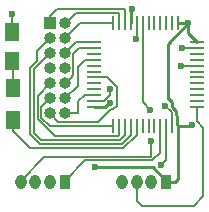
<source format=gbr>
G04 #@! TF.GenerationSoftware,KiCad,Pcbnew,(5.0.0)*
G04 #@! TF.CreationDate,2020-09-19T09:09:07-07:00*
G04 #@! TF.ProjectId,GrenadeConversion3,4772656E616465436F6E76657273696F,rev?*
G04 #@! TF.SameCoordinates,Original*
G04 #@! TF.FileFunction,Copper,L1,Top,Signal*
G04 #@! TF.FilePolarity,Positive*
%FSLAX46Y46*%
G04 Gerber Fmt 4.6, Leading zero omitted, Abs format (unit mm)*
G04 Created by KiCad (PCBNEW (5.0.0)) date 09/19/20 09:09:07*
%MOMM*%
%LPD*%
G01*
G04 APERTURE LIST*
G04 #@! TA.AperFunction,SMDPad,CuDef*
%ADD10R,1.300000X0.250000*%
G04 #@! TD*
G04 #@! TA.AperFunction,SMDPad,CuDef*
%ADD11R,0.250000X1.300000*%
G04 #@! TD*
G04 #@! TA.AperFunction,ComponentPad*
%ADD12O,1.000000X1.000000*%
G04 #@! TD*
G04 #@! TA.AperFunction,ComponentPad*
%ADD13R,1.000000X1.000000*%
G04 #@! TD*
G04 #@! TA.AperFunction,SMDPad,CuDef*
%ADD14R,1.250000X1.500000*%
G04 #@! TD*
G04 #@! TA.AperFunction,ComponentPad*
%ADD15O,0.950000X1.250000*%
G04 #@! TD*
G04 #@! TA.AperFunction,ComponentPad*
%ADD16R,0.950000X1.250000*%
G04 #@! TD*
G04 #@! TA.AperFunction,SMDPad,CuDef*
%ADD17R,1.300000X1.500000*%
G04 #@! TD*
G04 #@! TA.AperFunction,ViaPad*
%ADD18C,0.600000*%
G04 #@! TD*
G04 #@! TA.AperFunction,Conductor*
%ADD19C,0.152400*%
G04 #@! TD*
G04 #@! TA.AperFunction,Conductor*
%ADD20C,0.254000*%
G04 #@! TD*
G04 APERTURE END LIST*
D10*
G04 #@! TO.P,U1,48*
G04 #@! TO.N,VCC*
X120908000Y-92754000D03*
G04 #@! TO.P,U1,47*
G04 #@! TO.N,GND*
X120908000Y-93254000D03*
G04 #@! TO.P,U1,46*
G04 #@! TO.N,N/C*
X120908000Y-93754000D03*
G04 #@! TO.P,U1,45*
X120908000Y-94254000D03*
G04 #@! TO.P,U1,44*
G04 #@! TO.N,GND*
X120908000Y-94754000D03*
G04 #@! TO.P,U1,43*
G04 #@! TO.N,N/C*
X120908000Y-95254000D03*
G04 #@! TO.P,U1,42*
X120908000Y-95754000D03*
G04 #@! TO.P,U1,41*
X120908000Y-96254000D03*
G04 #@! TO.P,U1,40*
X120908000Y-96754000D03*
G04 #@! TO.P,U1,39*
X120908000Y-97254000D03*
G04 #@! TO.P,U1,38*
X120908000Y-97754000D03*
G04 #@! TO.P,U1,37*
G04 #@! TO.N,/SWCLK*
X120908000Y-98254000D03*
D11*
G04 #@! TO.P,U1,36*
G04 #@! TO.N,VCC*
X119308000Y-99854000D03*
G04 #@! TO.P,U1,35*
G04 #@! TO.N,GND*
X118808000Y-99854000D03*
G04 #@! TO.P,U1,34*
G04 #@! TO.N,/SWDIO*
X118308000Y-99854000D03*
G04 #@! TO.P,U1,33*
G04 #@! TO.N,/RX*
X117808000Y-99854000D03*
G04 #@! TO.P,U1,32*
G04 #@! TO.N,N/C*
X117308000Y-99854000D03*
G04 #@! TO.P,U1,31*
X116808000Y-99854000D03*
G04 #@! TO.P,U1,30*
X116308000Y-99854000D03*
G04 #@! TO.P,U1,29*
G04 #@! TO.N,Net-(R2-Pad1)*
X115808000Y-99854000D03*
G04 #@! TO.P,U1,28*
G04 #@! TO.N,/IR_LED2*
X115308000Y-99854000D03*
G04 #@! TO.P,U1,27*
G04 #@! TO.N,/IR_LED3*
X114808000Y-99854000D03*
G04 #@! TO.P,U1,26*
G04 #@! TO.N,/IR_LED4*
X114308000Y-99854000D03*
G04 #@! TO.P,U1,25*
G04 #@! TO.N,/Power*
X113808000Y-99854000D03*
D10*
G04 #@! TO.P,U1,24*
G04 #@! TO.N,VCC*
X112208000Y-98254000D03*
G04 #@! TO.P,U1,23*
G04 #@! TO.N,GND*
X112208000Y-97754000D03*
G04 #@! TO.P,U1,22*
G04 #@! TO.N,/greenLED*
X112208000Y-97254000D03*
G04 #@! TO.P,U1,21*
G04 #@! TO.N,N/C*
X112208000Y-96754000D03*
G04 #@! TO.P,U1,20*
X112208000Y-96254000D03*
G04 #@! TO.P,U1,19*
G04 #@! TO.N,/Button_L*
X112208000Y-95754000D03*
G04 #@! TO.P,U1,18*
G04 #@! TO.N,N/C*
X112208000Y-95254000D03*
G04 #@! TO.P,U1,17*
X112208000Y-94754000D03*
G04 #@! TO.P,U1,16*
G04 #@! TO.N,/IR_MOD_Out*
X112208000Y-94254000D03*
G04 #@! TO.P,U1,15*
G04 #@! TO.N,N/C*
X112208000Y-93754000D03*
G04 #@! TO.P,U1,14*
G04 #@! TO.N,/IR_LED5*
X112208000Y-93254000D03*
G04 #@! TO.P,U1,13*
G04 #@! TO.N,/IR_LED6*
X112208000Y-92754000D03*
D11*
G04 #@! TO.P,U1,12*
G04 #@! TO.N,/IR_LED7*
X113808000Y-91154000D03*
G04 #@! TO.P,U1,11*
G04 #@! TO.N,/IR_LED8*
X114308000Y-91154000D03*
G04 #@! TO.P,U1,10*
G04 #@! TO.N,/IR_LED1*
X114808000Y-91154000D03*
G04 #@! TO.P,U1,9*
G04 #@! TO.N,VCC*
X115308000Y-91154000D03*
G04 #@! TO.P,U1,8*
G04 #@! TO.N,GND*
X115808000Y-91154000D03*
G04 #@! TO.P,U1,7*
G04 #@! TO.N,/NRST*
X116308000Y-91154000D03*
G04 #@! TO.P,U1,6*
G04 #@! TO.N,N/C*
X116808000Y-91154000D03*
G04 #@! TO.P,U1,5*
X117308000Y-91154000D03*
G04 #@! TO.P,U1,4*
X117808000Y-91154000D03*
G04 #@! TO.P,U1,3*
X118308000Y-91154000D03*
G04 #@! TO.P,U1,2*
X118808000Y-91154000D03*
G04 #@! TO.P,U1,1*
G04 #@! TO.N,VCC*
X119308000Y-91154000D03*
G04 #@! TD*
D12*
G04 #@! TO.P,J1,14*
G04 #@! TO.N,/greenLED*
X109728000Y-98806000D03*
G04 #@! TO.P,J1,13*
G04 #@! TO.N,/Button_L*
X108458000Y-98806000D03*
G04 #@! TO.P,J1,12*
G04 #@! TO.N,/IR_MOD_Out*
X109728000Y-97536000D03*
G04 #@! TO.P,J1,11*
G04 #@! TO.N,/Power*
X108458000Y-97536000D03*
G04 #@! TO.P,J1,10*
G04 #@! TO.N,/IR_LED5*
X109728000Y-96266000D03*
G04 #@! TO.P,J1,9*
G04 #@! TO.N,/IR_LED4*
X108458000Y-96266000D03*
G04 #@! TO.P,J1,8*
G04 #@! TO.N,GND*
X109728000Y-94996000D03*
G04 #@! TO.P,J1,7*
G04 #@! TO.N,VCC*
X108458000Y-94996000D03*
G04 #@! TO.P,J1,6*
G04 #@! TO.N,/IR_LED6*
X109728000Y-93726000D03*
G04 #@! TO.P,J1,5*
G04 #@! TO.N,/IR_LED3*
X108458000Y-93726000D03*
G04 #@! TO.P,J1,4*
G04 #@! TO.N,/IR_LED7*
X109728000Y-92456000D03*
G04 #@! TO.P,J1,3*
G04 #@! TO.N,/IR_LED2*
X108458000Y-92456000D03*
G04 #@! TO.P,J1,2*
G04 #@! TO.N,/IR_LED8*
X109728000Y-91186000D03*
D13*
G04 #@! TO.P,J1,1*
G04 #@! TO.N,/IR_LED1*
X108458000Y-91186000D03*
G04 #@! TD*
D14*
G04 #@! TO.P,D1,2*
G04 #@! TO.N,Net-(D1-Pad2)*
X105283000Y-94386400D03*
G04 #@! TO.P,D1,1*
G04 #@! TO.N,GND*
X105283000Y-91886400D03*
G04 #@! TD*
D15*
G04 #@! TO.P,J2,4*
G04 #@! TO.N,GND*
X114554000Y-104648000D03*
G04 #@! TO.P,J2,3*
G04 #@! TO.N,/SWCLK*
X115804000Y-104648000D03*
G04 #@! TO.P,J2,2*
G04 #@! TO.N,/SWDIO*
X117054000Y-104648000D03*
D16*
G04 #@! TO.P,J2,1*
G04 #@! TO.N,VCC*
X118304000Y-104648000D03*
G04 #@! TD*
G04 #@! TO.P,J3,1*
G04 #@! TO.N,/RX*
X109728000Y-104648000D03*
D15*
G04 #@! TO.P,J3,2*
G04 #@! TO.N,Net-(C6-Pad1)*
X108478000Y-104648000D03*
G04 #@! TO.P,J3,3*
G04 #@! TO.N,GND*
X107228000Y-104648000D03*
G04 #@! TO.P,J3,4*
G04 #@! TO.N,/NRST*
X105978000Y-104648000D03*
G04 #@! TD*
D17*
G04 #@! TO.P,R2,2*
G04 #@! TO.N,Net-(D1-Pad2)*
X105343960Y-96672400D03*
G04 #@! TO.P,R2,1*
G04 #@! TO.N,Net-(R2-Pad1)*
X105343960Y-99372400D03*
G04 #@! TD*
D18*
G04 #@! TO.N,GND*
X118237000Y-98145600D03*
X113538000Y-96774000D03*
X119542560Y-94747080D03*
X119634000Y-93260000D03*
X115779400Y-92496640D03*
X105293160Y-90373200D03*
G04 #@! TO.N,VCC*
X120142000Y-91186000D03*
X120472200Y-99822000D03*
X113587977Y-97923977D03*
X115422680Y-89935400D03*
X112288320Y-103342440D03*
G04 #@! TO.N,/SWDIO*
X117896640Y-103195120D03*
G04 #@! TO.N,/NRST*
X116961920Y-98511360D03*
X117017800Y-101137720D03*
G04 #@! TD*
D19*
G04 #@! TO.N,GND*
X118808000Y-99854000D02*
X118808000Y-98716600D01*
X118808000Y-98716600D02*
X118237000Y-98145600D01*
X113538000Y-97226400D02*
X113538000Y-96774000D01*
X113010400Y-97754000D02*
X113538000Y-97226400D01*
X112208000Y-97754000D02*
X113010400Y-97754000D01*
X120908000Y-94754000D02*
X119549480Y-94754000D01*
X119549480Y-94754000D02*
X119542560Y-94747080D01*
X120908000Y-93254000D02*
X119640000Y-93254000D01*
X119640000Y-93254000D02*
X119634000Y-93260000D01*
X115808000Y-91154000D02*
X115808000Y-92468040D01*
X115808000Y-92468040D02*
X115779400Y-92496640D01*
X105283000Y-91886400D02*
X105283000Y-90383360D01*
X105283000Y-90383360D02*
X105293160Y-90373200D01*
D20*
G04 #@! TO.N,VCC*
X120142000Y-91988000D02*
X120908000Y-92754000D01*
X120142000Y-91186000D02*
X120142000Y-91988000D01*
X119340000Y-91186000D02*
X119308000Y-91154000D01*
X120142000Y-91186000D02*
X119340000Y-91186000D01*
X119033000Y-104648000D02*
X118304000Y-104648000D01*
X119308000Y-104373000D02*
X119033000Y-104648000D01*
X119308000Y-99854000D02*
X119308000Y-104373000D01*
X119308000Y-99854000D02*
X120440200Y-99854000D01*
X120440200Y-99854000D02*
X120472200Y-99822000D01*
X113112000Y-98254000D02*
X113449000Y-97917000D01*
X112208000Y-98254000D02*
X113112000Y-98254000D01*
X113449000Y-97917000D02*
X113581000Y-97917000D01*
X113581000Y-97917000D02*
X113587977Y-97923977D01*
X119212401Y-98980479D02*
X119212401Y-99758401D01*
X119212401Y-99758401D02*
X119308000Y-99854000D01*
X119163610Y-98569302D02*
X119163610Y-98931688D01*
X118430040Y-92897960D02*
X118430040Y-97566199D01*
X119163610Y-98931688D02*
X119212401Y-98980479D01*
X120142000Y-91186000D02*
X118430040Y-92897960D01*
X118430040Y-97566199D02*
X118515113Y-97566199D01*
X118515113Y-97566199D02*
X118816401Y-97867487D01*
X118816401Y-97867487D02*
X118816401Y-98222093D01*
X118816401Y-98222093D02*
X119163610Y-98569302D01*
X115308000Y-90050080D02*
X115422680Y-89935400D01*
X115308000Y-91154000D02*
X115308000Y-90050080D01*
X118304000Y-104648000D02*
X118304000Y-104498000D01*
X118304000Y-104498000D02*
X117148440Y-103342440D01*
X117148440Y-103342440D02*
X112712584Y-103342440D01*
X112712584Y-103342440D02*
X112288320Y-103342440D01*
D19*
G04 #@! TO.N,/greenLED*
X109728000Y-98806000D02*
X110871000Y-98806000D01*
X111405600Y-97254000D02*
X112208000Y-97254000D01*
X110871000Y-97788600D02*
X111405600Y-97254000D01*
X110871000Y-98806000D02*
X110871000Y-97788600D01*
G04 #@! TO.N,/Button_L*
X113010400Y-95754000D02*
X112208000Y-95754000D01*
X113300330Y-95754000D02*
X113010400Y-95754000D01*
X114116578Y-98177706D02*
X114116578Y-96570248D01*
X113841706Y-98452578D02*
X114116578Y-98177706D01*
X114116578Y-96570248D02*
X113300330Y-95754000D01*
X113591874Y-98452578D02*
X113841706Y-98452578D01*
X112509851Y-99534601D02*
X113591874Y-98452578D01*
X109186601Y-99534601D02*
X112509851Y-99534601D01*
X108458000Y-98806000D02*
X109186601Y-99534601D01*
G04 #@! TO.N,/Power*
X113530600Y-99854000D02*
X113808000Y-99854000D01*
X108427670Y-99854000D02*
X113530600Y-99854000D01*
X107729399Y-99155729D02*
X108427670Y-99854000D01*
X107729399Y-98264601D02*
X107729399Y-99155729D01*
X108458000Y-97536000D02*
X107729399Y-98264601D01*
G04 #@! TO.N,/IR_LED5*
X111405600Y-93254000D02*
X111400960Y-93258640D01*
X112208000Y-93254000D02*
X111405600Y-93254000D01*
X111400960Y-93258640D02*
X110937040Y-93258640D01*
X110227999Y-95766001D02*
X109728000Y-96266000D01*
X110456601Y-95537399D02*
X110227999Y-95766001D01*
X110456601Y-93739079D02*
X110456601Y-95537399D01*
X110937040Y-93258640D02*
X110456601Y-93739079D01*
G04 #@! TO.N,/IR_LED4*
X114308000Y-100656400D02*
X114308000Y-99854000D01*
X114231799Y-100732601D02*
X114308000Y-100656400D01*
X108875205Y-100732601D02*
X114231799Y-100732601D01*
X107424590Y-99281986D02*
X108875205Y-100732601D01*
X107424590Y-97299410D02*
X107424590Y-99281986D01*
X108458000Y-96266000D02*
X107424590Y-97299410D01*
G04 #@! TO.N,/IR_LED6*
X111405600Y-92754000D02*
X111403880Y-92755720D01*
X112208000Y-92754000D02*
X111405600Y-92754000D01*
X110698280Y-92755720D02*
X109728000Y-93726000D01*
X111403880Y-92755720D02*
X110698280Y-92755720D01*
G04 #@! TO.N,/IR_LED3*
X107119780Y-95064220D02*
X107119780Y-100434500D01*
X108458000Y-93726000D02*
X107119780Y-95064220D01*
X107119780Y-100434500D02*
X107736640Y-101051360D01*
X114808000Y-100656400D02*
X114808000Y-99854000D01*
X114413040Y-101051360D02*
X114808000Y-100656400D01*
X107736640Y-101051360D02*
X114413040Y-101051360D01*
G04 #@! TO.N,/IR_LED7*
X111030000Y-91154000D02*
X109728000Y-92456000D01*
X113808000Y-91154000D02*
X111030000Y-91154000D01*
G04 #@! TO.N,/IR_LED2*
X107370880Y-94382054D02*
X106761280Y-94991654D01*
X108458000Y-92456000D02*
X107370880Y-93543120D01*
X107370880Y-93543120D02*
X107370880Y-94382054D01*
X106761280Y-100507066D02*
X107620534Y-101366320D01*
X106761280Y-94991654D02*
X106761280Y-100507066D01*
X115308000Y-100656400D02*
X115308000Y-99854000D01*
X114598080Y-101366320D02*
X115308000Y-100656400D01*
X107620534Y-101366320D02*
X114598080Y-101366320D01*
G04 #@! TO.N,/IR_LED8*
X110227999Y-90686001D02*
X109728000Y-91186000D01*
X110638601Y-90275399D02*
X110227999Y-90686001D01*
X114231799Y-90275399D02*
X110638601Y-90275399D01*
X114308000Y-90351600D02*
X114231799Y-90275399D01*
X114308000Y-91154000D02*
X114308000Y-90351600D01*
G04 #@! TO.N,/IR_LED1*
X114808000Y-89941400D02*
X114808000Y-91154000D01*
X109050200Y-89941400D02*
X114808000Y-89941400D01*
X108458000Y-91186000D02*
X108458000Y-90533600D01*
X108458000Y-90533600D02*
X109050200Y-89941400D01*
G04 #@! TO.N,/SWCLK*
X120908000Y-99475470D02*
X121437400Y-100004870D01*
X120908000Y-98254000D02*
X120908000Y-99475470D01*
X121437400Y-100004870D02*
X121437400Y-105826560D01*
X121437400Y-105826560D02*
X120619520Y-106644440D01*
X120619520Y-106644440D02*
X116260880Y-106644440D01*
X115804000Y-106187560D02*
X115804000Y-104648000D01*
X116260880Y-106644440D02*
X115804000Y-106187560D01*
G04 #@! TO.N,/SWDIO*
X118308000Y-99854000D02*
X118308000Y-102783760D01*
X118308000Y-102783760D02*
X117896640Y-103195120D01*
G04 #@! TO.N,/NRST*
X116308000Y-91154000D02*
X116308000Y-97857440D01*
X116308000Y-97857440D02*
X116961920Y-98511360D01*
X117017800Y-102478840D02*
X117017800Y-101137720D01*
X117012720Y-102473760D02*
X117017800Y-102478840D01*
X108002240Y-102473760D02*
X117012720Y-102473760D01*
X105978000Y-104648000D02*
X105978000Y-104498000D01*
X105978000Y-104498000D02*
X108002240Y-102473760D01*
G04 #@! TO.N,/IR_MOD_Out*
X109728000Y-97536000D02*
X110810040Y-96453960D01*
X111405600Y-94254000D02*
X112208000Y-94254000D01*
X110810040Y-94849560D02*
X111405600Y-94254000D01*
X110810040Y-96453960D02*
X110810040Y-94849560D01*
G04 #@! TO.N,/RX*
X117144056Y-102783651D02*
X117808000Y-102119707D01*
X117808000Y-102119707D02*
X117808000Y-100656400D01*
X111442349Y-102783651D02*
X117144056Y-102783651D01*
X109728000Y-104498000D02*
X111442349Y-102783651D01*
X117808000Y-100656400D02*
X117808000Y-99854000D01*
X109728000Y-104648000D02*
X109728000Y-104498000D01*
G04 #@! TO.N,Net-(D1-Pad2)*
X105343960Y-94447360D02*
X105283000Y-94386400D01*
X105343960Y-96672400D02*
X105343960Y-94447360D01*
G04 #@! TO.N,Net-(R2-Pad1)*
X115808000Y-100587466D02*
X114673546Y-101721920D01*
X115808000Y-99854000D02*
X115808000Y-100587466D01*
X105343960Y-100274800D02*
X105343960Y-99372400D01*
X106791080Y-101721920D02*
X105343960Y-100274800D01*
X114673546Y-101721920D02*
X106791080Y-101721920D01*
G04 #@! TD*
M02*

</source>
